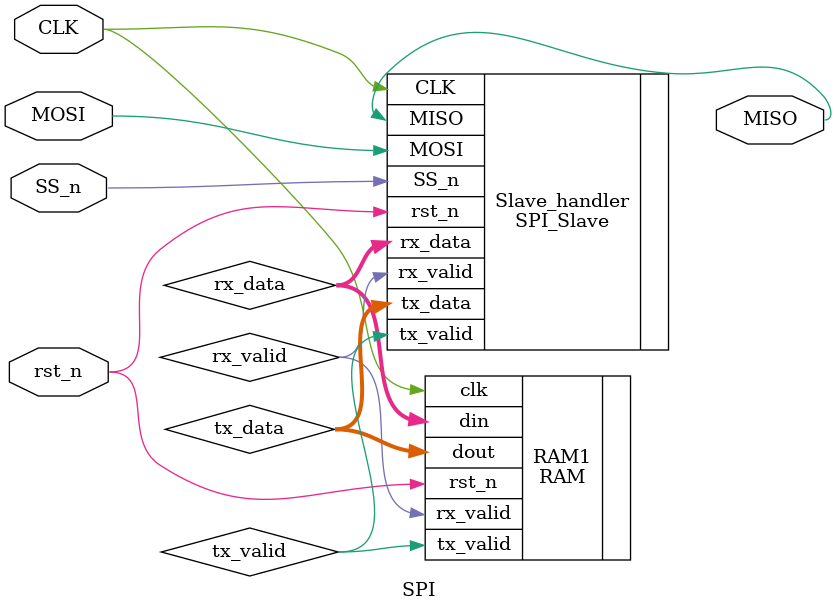
<source format=v>
module SPI#(
    parameter MEM_DEPTH = 256,  
    parameter ADDR_SIZE = 8     
) (
    input MOSI ,SS_n, CLK , rst_n,
    output MISO 
);
(*fsm_encoding ="one_hot"*)
    wire [7:0] tx_data ; 
    wire [9:0] rx_data ; 
    wire rx_valid, tx_valid;

    SPI_Slave Slave_handler (
        .SS_n(SS_n),
        .CLK(CLK),
        .rst_n(rst_n),
        .tx_valid(tx_valid),
        .tx_data(tx_data),
        .MOSI(MOSI),
        .MISO(MISO),
        .rx_valid(rx_valid),
        .rx_data(rx_data)
    );

    RAM #(
        .MEM_DEPTH(MEM_DEPTH),
        .ADDR_SIZE(ADDR_SIZE) 
    )RAM1 (
        .clk(CLK),
        .rst_n(rst_n),
        .din(rx_data),
        .rx_valid(rx_valid),
        .dout(tx_data),
        .tx_valid(tx_valid)
    );
endmodule
</source>
